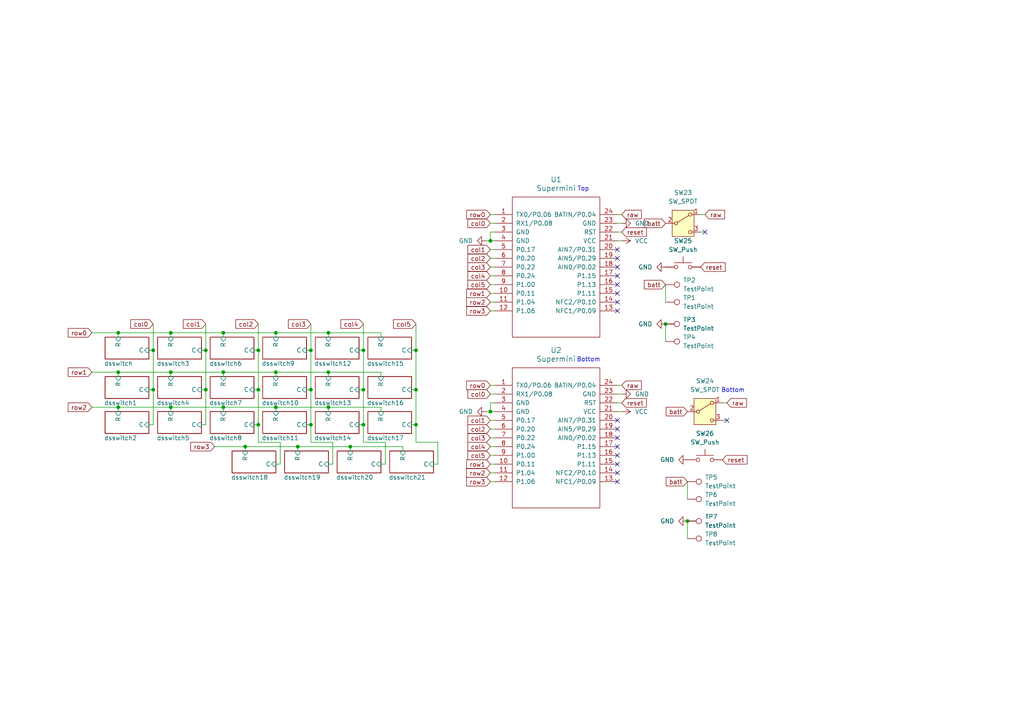
<source format=kicad_sch>
(kicad_sch (version 20231120) (generator "eeschema") (generator_version "8.0")
  (paper "A4")
  (lib_symbols
    (symbol "Connector:TestPoint" (pin_numbers hide) (pin_names (offset 0.762) hide)
      (property "Reference" "TP" (at 0 6.858 0))
      (property "Value" "TestPoint" (at 0 5.08 0))
      (symbol "TestPoint_0_1"
        (circle (center 0 3.302) (radius 0.762))
      )
      (symbol "TestPoint_1_1"
        (pin passive line (at 0 0 90) (length 2.54) (name "1") (number "1"))
      )
    )
    (symbol "Keyboard:supermini" (pin_names (offset 1.016))
      (property "Reference" "U2" (at 0 24.13 0))
      (property "Value" "Supermini" (at 0 20.955 0))
      (symbol "supermini_0_1"
        (rectangle (start -12.7 -21.59) (end 12.7 19.05))
      )
      (symbol "supermini_1_1"
        (pin input line (at -17.78 13.97 0) (length 5.08) (name "TX0/P0.06") (number "1"))
        (pin input line (at -17.78 -8.89 0) (length 5.08) (name "P0.11") (number "10"))
        (pin input line (at -17.78 -11.43 0) (length 5.08) (name "P1.04") (number "11"))
        (pin input line (at -17.78 -13.97 0) (length 5.08) (name "P1.06") (number "12"))
        (pin input line (at 17.78 -13.97 180) (length 5.08) (name "NFC1/P0.09") (number "13"))
        (pin input line (at 17.78 -11.43 180) (length 5.08) (name "NFC2/P0.10") (number "14"))
        (pin input line (at 17.78 -8.89 180) (length 5.08) (name "P1.11") (number "15"))
        (pin input line (at 17.78 -6.35 180) (length 5.08) (name "P1.13") (number "16"))
        (pin input line (at 17.78 -3.81 180) (length 5.08) (name "P1.15") (number "17"))
        (pin input line (at 17.78 -1.27 180) (length 5.08) (name "AIN0/P0.02") (number "18"))
        (pin input line (at 17.78 1.27 180) (length 5.08) (name "AIN5/P0.29") (number "19"))
        (pin input line (at -17.78 11.43 0) (length 5.08) (name "RX1/P0.08") (number "2"))
        (pin input line (at 17.78 3.81 180) (length 5.08) (name "AIN7/P0.31") (number "20"))
        (pin input line (at 17.78 6.35 180) (length 5.08) (name "VCC") (number "21"))
        (pin input line (at 17.78 8.89 180) (length 5.08) (name "RST") (number "22"))
        (pin input line (at 17.78 11.43 180) (length 5.08) (name "GND") (number "23"))
        (pin input line (at 17.78 13.97 180) (length 5.08) (name "BATIN/P0.04") (number "24"))
        (pin input line (at -17.78 8.89 0) (length 5.08) (name "GND") (number "3"))
        (pin input line (at -17.78 6.35 0) (length 5.08) (name "GND") (number "4"))
        (pin input line (at -17.78 3.81 0) (length 5.08) (name "P0.17") (number "5"))
        (pin input line (at -17.78 1.27 0) (length 5.08) (name "P0.20") (number "6"))
        (pin input line (at -17.78 -1.27 0) (length 5.08) (name "P0.22") (number "7"))
        (pin input line (at -17.78 -3.81 0) (length 5.08) (name "P0.24") (number "8"))
        (pin input line (at -17.78 -6.35 0) (length 5.08) (name "P1.00") (number "9"))
      )
    )
    (symbol "Switch:SW_Push" (pin_numbers hide) (pin_names (offset 1.016) hide)
      (property "Reference" "SW" (at 1.27 2.54 0))
      (property "Value" "SW_Push" (at 0 -1.524 0))
      (symbol "SW_Push_0_1"
        (circle (center -2.032 0) (radius 0.508))
        (polyline (pts (xy 0 1.27) (xy 0 3.048)))
        (polyline (pts (xy 2.54 1.27) (xy -2.54 1.27)))
        (circle (center 2.032 0) (radius 0.508))
        (pin passive line (at -5.08 0 0) (length 2.54) (name "1") (number "1"))
        (pin passive line (at 5.08 0 180) (length 2.54) (name "2") (number "2"))
      )
    )
    (symbol "Switch:SW_SPDT" (pin_names (offset 0) hide)
      (property "Reference" "SW" (at 0 5.08 0))
      (property "Value" "SW_SPDT" (at 0 -5.08 0))
      (symbol "SW_SPDT_0_1"
        (circle (center -2.032 0) (radius 0.4572))
        (polyline (pts (xy -1.651 0.254) (xy 1.651 2.286)))
        (circle (center 2.032 -2.54) (radius 0.4572))
        (circle (center 2.032 2.54) (radius 0.4572))
      )
      (symbol "SW_SPDT_1_1"
        (rectangle (start -3.175 3.81) (end 3.175 -3.81) (fill (type background)))
        (pin passive line (at 5.08 2.54 180) (length 2.54) (name "A") (number "1"))
        (pin passive line (at -5.08 0 0) (length 2.54) (name "B") (number "2"))
        (pin passive line (at 5.08 -2.54 180) (length 2.54) (name "C") (number "3"))
      )
    )
    (symbol "power:GND" (power) (pin_numbers hide) (pin_names (offset 0) hide)
      (property "Value" "GND" (at 0 -3.81 0))
      (symbol "GND_0_1"
        (polyline (pts (xy 0 0) (xy 0 -1.27) (xy 1.27 -1.27) (xy 0 -2.54) (xy -1.27 -1.27) (xy 0 -1.27)))
      )
      (symbol "GND_1_1"
        (pin power_in line (at 0 0 270) (length 0) (name "~") (number "1"))
      )
    )
    (symbol "power:VCC" (power) (pin_numbers hide) (pin_names (offset 0) hide)
      (property "Value" "VCC" (at 0 3.556 0))
      (symbol "VCC_0_1"
        (polyline (pts (xy -0.762 1.27) (xy 0 2.54)))
        (polyline (pts (xy 0 0) (xy 0 2.54)))
        (polyline (pts (xy 0 2.54) (xy 0.762 1.27)))
      )
      (symbol "VCC_1_1"
        (pin power_in line (at 0 0 90) (length 0) (name "~") (number "1"))
      )
    )
  )
  (junction (at 59.69 101.6))
  (junction (at 105.41 123.19))
  (junction (at 80.01 107.95))
  (junction (at 105.41 113.03))
  (junction (at 49.53 118.11))
  (junction (at 74.93 113.03))
  (junction (at 44.45 113.03))
  (junction (at 44.45 101.6))
  (junction (at 120.65 101.6))
  (junction (at 142.24 119.38))
  (junction (at 74.93 123.19))
  (junction (at 59.69 113.03))
  (junction (at 142.24 69.85))
  (junction (at 90.17 113.03))
  (junction (at 64.77 118.11))
  (junction (at 193.04 93.98))
  (junction (at 120.65 113.03))
  (junction (at 90.17 101.6))
  (junction (at 64.77 96.52))
  (junction (at 95.25 107.95))
  (junction (at 34.29 118.11))
  (junction (at 49.53 107.95))
  (junction (at 64.77 107.95))
  (junction (at 74.93 101.6))
  (junction (at 95.25 96.52))
  (junction (at 86.36 129.54))
  (junction (at 105.41 101.6))
  (junction (at 95.25 118.11))
  (junction (at 34.29 107.95))
  (junction (at 90.17 123.19))
  (junction (at 101.6 129.54))
  (junction (at 34.29 96.52))
  (junction (at 80.01 96.52))
  (junction (at 199.39 151.13))
  (junction (at 71.12 129.54))
  (junction (at 80.01 118.11))
  (junction (at 49.53 96.52))
  (junction (at 120.65 123.19))
  (no_connect (at 210.82 121.92))
  (no_connect (at 179.07 85.09))
  (no_connect (at 179.07 90.17))
  (no_connect (at 179.07 87.63))
  (no_connect (at 179.07 72.39))
  (no_connect (at 179.07 134.62))
  (no_connect (at 179.07 82.55))
  (no_connect (at 179.07 77.47))
  (no_connect (at 179.07 129.54))
  (no_connect (at 179.07 124.46))
  (no_connect (at 179.07 80.01))
  (no_connect (at 179.07 132.08))
  (no_connect (at 179.07 74.93))
  (no_connect (at 204.47 67.31))
  (no_connect (at 179.07 121.92))
  (no_connect (at 179.07 137.16))
  (no_connect (at 179.07 139.7))
  (no_connect (at 179.07 127))
  (wire (pts (xy 96.52 128.27) (xy 90.17 128.27)))
  (wire (pts (xy 49.53 96.52) (xy 49.53 97.79)))
  (wire (pts (xy 193.04 93.98) (xy 193.04 99.06)))
  (wire (pts (xy 74.93 123.19) (xy 73.66 123.19)))
  (wire (pts (xy 95.25 96.52) (xy 95.25 97.79)))
  (wire (pts (xy 142.24 90.17) (xy 143.51 90.17)))
  (wire (pts (xy 142.24 77.47) (xy 143.51 77.47)))
  (wire (pts (xy 142.24 121.92) (xy 143.51 121.92)))
  (wire (pts (xy 44.45 93.98) (xy 44.45 101.6)))
  (wire (pts (xy 88.9 113.03) (xy 90.17 113.03)))
  (wire (pts (xy 199.39 139.7) (xy 199.39 144.78)))
  (wire (pts (xy 101.6 129.54) (xy 101.6 130.81)))
  (wire (pts (xy 199.39 151.13) (xy 199.39 156.21)))
  (wire (pts (xy 58.42 101.6) (xy 59.69 101.6)))
  (wire (pts (xy 49.53 118.11) (xy 49.53 119.38)))
  (wire (pts (xy 90.17 128.27) (xy 90.17 123.19)))
  (wire (pts (xy 80.01 96.52) (xy 80.01 97.79)))
  (wire (pts (xy 80.01 118.11) (xy 80.01 119.38)))
  (wire (pts (xy 44.45 101.6) (xy 44.45 113.03)))
  (wire (pts (xy 210.82 116.84) (xy 209.55 116.84)))
  (wire (pts (xy 26.67 107.95) (xy 34.29 107.95)))
  (wire (pts (xy 142.24 119.38) (xy 140.97 119.38)))
  (wire (pts (xy 105.41 123.19) (xy 105.41 128.27)))
  (wire (pts (xy 59.69 101.6) (xy 59.69 113.03)))
  (wire (pts (xy 96.52 134.62) (xy 96.52 128.27)))
  (wire (pts (xy 142.24 134.62) (xy 143.51 134.62)))
  (wire (pts (xy 59.69 123.19) (xy 58.42 123.19)))
  (wire (pts (xy 74.93 101.6) (xy 74.93 113.03)))
  (wire (pts (xy 119.38 101.6) (xy 120.65 101.6)))
  (wire (pts (xy 73.66 113.03) (xy 74.93 113.03)))
  (wire (pts (xy 49.53 96.52) (xy 64.77 96.52)))
  (wire (pts (xy 111.76 128.27) (xy 105.41 128.27)))
  (wire (pts (xy 120.65 93.98) (xy 120.65 101.6)))
  (wire (pts (xy 34.29 96.52) (xy 49.53 96.52)))
  (wire (pts (xy 204.47 62.23) (xy 203.2 62.23)))
  (wire (pts (xy 179.07 119.38) (xy 180.34 119.38)))
  (wire (pts (xy 142.24 127) (xy 143.51 127)))
  (wire (pts (xy 64.77 96.52) (xy 64.77 97.79)))
  (wire (pts (xy 179.07 69.85) (xy 180.34 69.85)))
  (wire (pts (xy 179.07 114.3) (xy 180.34 114.3)))
  (wire (pts (xy 120.65 101.6) (xy 120.65 113.03)))
  (wire (pts (xy 74.93 93.98) (xy 74.93 101.6)))
  (wire (pts (xy 210.82 121.92) (xy 209.55 121.92)))
  (wire (pts (xy 142.24 62.23) (xy 143.51 62.23)))
  (wire (pts (xy 34.29 109.22) (xy 34.29 107.95)))
  (wire (pts (xy 59.69 93.98) (xy 59.69 101.6)))
  (wire (pts (xy 43.18 101.6) (xy 44.45 101.6)))
  (wire (pts (xy 111.76 134.62) (xy 111.76 128.27)))
  (wire (pts (xy 142.24 69.85) (xy 143.51 69.85)))
  (wire (pts (xy 104.14 101.6) (xy 105.41 101.6)))
  (wire (pts (xy 180.34 67.31) (xy 179.07 67.31)))
  (wire (pts (xy 105.41 123.19) (xy 104.14 123.19)))
  (wire (pts (xy 142.24 139.7) (xy 143.51 139.7)))
  (wire (pts (xy 80.01 107.95) (xy 80.01 109.22)))
  (wire (pts (xy 26.67 118.11) (xy 34.29 118.11)))
  (wire (pts (xy 179.07 116.84) (xy 180.34 116.84)))
  (wire (pts (xy 43.18 113.03) (xy 44.45 113.03)))
  (wire (pts (xy 127 134.62) (xy 127 128.27)))
  (wire (pts (xy 73.66 101.6) (xy 74.93 101.6)))
  (wire (pts (xy 105.41 93.98) (xy 105.41 101.6)))
  (wire (pts (xy 71.12 130.81) (xy 71.12 129.54)))
  (wire (pts (xy 142.24 67.31) (xy 142.24 69.85)))
  (wire (pts (xy 49.53 107.95) (xy 64.77 107.95)))
  (wire (pts (xy 142.24 124.46) (xy 143.51 124.46)))
  (wire (pts (xy 110.49 118.11) (xy 110.49 119.38)))
  (wire (pts (xy 142.24 119.38) (xy 143.51 119.38)))
  (wire (pts (xy 34.29 118.11) (xy 49.53 118.11)))
  (wire (pts (xy 204.47 67.31) (xy 203.2 67.31)))
  (wire (pts (xy 95.25 107.95) (xy 110.49 107.95)))
  (wire (pts (xy 142.24 87.63) (xy 143.51 87.63)))
  (wire (pts (xy 81.28 134.62) (xy 81.28 128.27)))
  (wire (pts (xy 105.41 113.03) (xy 105.41 123.19)))
  (wire (pts (xy 95.25 118.11) (xy 110.49 118.11)))
  (wire (pts (xy 95.25 118.11) (xy 95.25 119.38)))
  (wire (pts (xy 80.01 118.11) (xy 95.25 118.11)))
  (wire (pts (xy 180.34 62.23) (xy 179.07 62.23)))
  (wire (pts (xy 110.49 107.95) (xy 110.49 109.22)))
  (wire (pts (xy 90.17 113.03) (xy 90.17 123.19)))
  (wire (pts (xy 142.24 69.85) (xy 140.97 69.85)))
  (wire (pts (xy 26.67 96.52) (xy 34.29 96.52)))
  (wire (pts (xy 104.14 113.03) (xy 105.41 113.03)))
  (wire (pts (xy 142.24 137.16) (xy 143.51 137.16)))
  (wire (pts (xy 34.29 119.38) (xy 34.29 118.11)))
  (wire (pts (xy 142.24 132.08) (xy 143.51 132.08)))
  (wire (pts (xy 119.38 113.03) (xy 120.65 113.03)))
  (wire (pts (xy 86.36 129.54) (xy 101.6 129.54)))
  (wire (pts (xy 105.41 101.6) (xy 105.41 113.03)))
  (wire (pts (xy 95.25 96.52) (xy 110.49 96.52)))
  (wire (pts (xy 142.24 116.84) (xy 142.24 119.38)))
  (wire (pts (xy 179.07 64.77) (xy 180.34 64.77)))
  (wire (pts (xy 49.53 118.11) (xy 64.77 118.11)))
  (wire (pts (xy 142.24 129.54) (xy 143.51 129.54)))
  (wire (pts (xy 142.24 72.39) (xy 143.51 72.39)))
  (wire (pts (xy 95.25 134.62) (xy 96.52 134.62)))
  (wire (pts (xy 110.49 96.52) (xy 110.49 97.79)))
  (wire (pts (xy 64.77 96.52) (xy 80.01 96.52)))
  (wire (pts (xy 120.65 123.19) (xy 120.65 128.27)))
  (wire (pts (xy 142.24 82.55) (xy 143.51 82.55)))
  (wire (pts (xy 193.04 82.55) (xy 193.04 87.63)))
  (wire (pts (xy 80.01 107.95) (xy 95.25 107.95)))
  (wire (pts (xy 90.17 123.19) (xy 88.9 123.19)))
  (wire (pts (xy 142.24 64.77) (xy 143.51 64.77)))
  (wire (pts (xy 142.24 80.01) (xy 143.51 80.01)))
  (wire (pts (xy 34.29 97.79) (xy 34.29 96.52)))
  (wire (pts (xy 142.24 74.93) (xy 143.51 74.93)))
  (wire (pts (xy 49.53 107.95) (xy 49.53 109.22)))
  (wire (pts (xy 81.28 128.27) (xy 74.93 128.27)))
  (wire (pts (xy 179.07 111.76) (xy 180.34 111.76)))
  (wire (pts (xy 64.77 118.11) (xy 80.01 118.11)))
  (wire (pts (xy 74.93 128.27) (xy 74.93 123.19)))
  (wire (pts (xy 80.01 96.52) (xy 95.25 96.52)))
  (wire (pts (xy 64.77 107.95) (xy 64.77 109.22)))
  (wire (pts (xy 120.65 123.19) (xy 119.38 123.19)))
  (wire (pts (xy 101.6 129.54) (xy 116.84 129.54)))
  (wire (pts (xy 142.24 114.3) (xy 143.51 114.3)))
  (wire (pts (xy 90.17 101.6) (xy 90.17 113.03)))
  (wire (pts (xy 74.93 113.03) (xy 74.93 123.19)))
  (wire (pts (xy 127 128.27) (xy 120.65 128.27)))
  (wire (pts (xy 125.73 134.62) (xy 127 134.62)))
  (wire (pts (xy 86.36 129.54) (xy 86.36 130.81)))
  (wire (pts (xy 110.49 134.62) (xy 111.76 134.62)))
  (wire (pts (xy 62.23 129.54) (xy 71.12 129.54)))
  (wire (pts (xy 143.51 116.84) (xy 142.24 116.84)))
  (wire (pts (xy 80.01 134.62) (xy 81.28 134.62)))
  (wire (pts (xy 59.69 113.03) (xy 59.69 123.19)))
  (wire (pts (xy 44.45 113.03) (xy 44.45 123.19)))
  (wire (pts (xy 142.24 85.09) (xy 143.51 85.09)))
  (wire (pts (xy 58.42 113.03) (xy 59.69 113.03)))
  (wire (pts (xy 143.51 67.31) (xy 142.24 67.31)))
  (wire (pts (xy 64.77 118.11) (xy 64.77 119.38)))
  (wire (pts (xy 120.65 113.03) (xy 120.65 123.19)))
  (wire (pts (xy 116.84 129.54) (xy 116.84 130.81)))
  (wire (pts (xy 71.12 129.54) (xy 86.36 129.54)))
  (wire (pts (xy 142.24 111.76) (xy 143.51 111.76)))
  (wire (pts (xy 90.17 93.98) (xy 90.17 101.6)))
  (wire (pts (xy 44.45 123.19) (xy 43.18 123.19)))
  (wire (pts (xy 95.25 107.95) (xy 95.25 109.22)))
  (wire (pts (xy 34.29 107.95) (xy 49.53 107.95)))
  (wire (pts (xy 88.9 101.6) (xy 90.17 101.6)))
  (wire (pts (xy 64.77 107.95) (xy 80.01 107.95)))
  (text "Bottom" (at 212.598 113.284 0) (effects (font (size 1.27 1.27))))
  (text "Bottom" (at 170.688 104.394 0) (effects (font (size 1.27 1.27))))
  (text "Top" (at 169.164 54.864 0) (effects (font (size 1.27 1.27))))
  (global_label "col3" (shape input) (at 90.17 93.98 180) (property "Intersheetrefs" "${INTERSHEET_REFS}" (effects (hide yes))))
  (global_label "row0" (shape input) (at 142.24 111.76 180) (property "Intersheetrefs" "${INTERSHEET_REFS}" (effects (hide yes))))
  (global_label "row2" (shape input) (at 142.24 137.16 180) (property "Intersheetrefs" "${INTERSHEET_REFS}" (effects (hide yes))))
  (global_label "batt" (shape input) (at 193.04 64.77 180) (property "Intersheetrefs" "${INTERSHEET_REFS}" (effects (hide yes))))
  (global_label "row2" (shape input) (at 26.67 118.11 180) (property "Intersheetrefs" "${INTERSHEET_REFS}" (effects (hide yes))))
  (global_label "reset" (shape input) (at 180.34 67.31 0) (property "Intersheetrefs" "${INTERSHEET_REFS}" (effects (hide yes))))
  (global_label "row2" (shape input) (at 142.24 87.63 180) (property "Intersheetrefs" "${INTERSHEET_REFS}" (effects (hide yes))))
  (global_label "col0" (shape input) (at 142.24 64.77 180) (property "Intersheetrefs" "${INTERSHEET_REFS}" (effects (hide yes))))
  (global_label "row3" (shape input) (at 142.24 139.7 180) (property "Intersheetrefs" "${INTERSHEET_REFS}" (effects (hide yes))))
  (global_label "col1" (shape input) (at 142.24 72.39 180) (property "Intersheetrefs" "${INTERSHEET_REFS}" (effects (hide yes))))
  (global_label "raw" (shape input) (at 204.47 62.23 0) (property "Intersheetrefs" "${INTERSHEET_REFS}" (effects (hide yes))))
  (global_label "raw" (shape input) (at 210.82 116.84 0) (property "Intersheetrefs" "${INTERSHEET_REFS}" (effects (hide yes))))
  (global_label "col2" (shape input) (at 142.24 124.46 180) (property "Intersheetrefs" "${INTERSHEET_REFS}" (effects (hide yes))))
  (global_label "reset" (shape input) (at 203.2 77.47 0) (property "Intersheetrefs" "${INTERSHEET_REFS}" (effects (hide yes))))
  (global_label "row0" (shape input) (at 26.67 96.52 180) (property "Intersheetrefs" "${INTERSHEET_REFS}" (effects (hide yes))))
  (global_label "col2" (shape input) (at 142.24 74.93 180) (property "Intersheetrefs" "${INTERSHEET_REFS}" (effects (hide yes))))
  (global_label "raw" (shape input) (at 180.34 62.23 0) (property "Intersheetrefs" "${INTERSHEET_REFS}" (effects (hide yes))))
  (global_label "row1" (shape input) (at 26.67 107.95 180) (property "Intersheetrefs" "${INTERSHEET_REFS}" (effects (hide yes))))
  (global_label "col2" (shape input) (at 74.93 93.98 180) (property "Intersheetrefs" "${INTERSHEET_REFS}" (effects (hide yes))))
  (global_label "batt" (shape input) (at 199.39 119.38 180) (property "Intersheetrefs" "${INTERSHEET_REFS}" (effects (hide yes))))
  (global_label "col1" (shape input) (at 142.24 121.92 180) (property "Intersheetrefs" "${INTERSHEET_REFS}" (effects (hide yes))))
  (global_label "col4" (shape input) (at 142.24 129.54 180) (property "Intersheetrefs" "${INTERSHEET_REFS}" (effects (hide yes))))
  (global_label "col4" (shape input) (at 105.41 93.98 180) (property "Intersheetrefs" "${INTERSHEET_REFS}" (effects (hide yes))))
  (global_label "col3" (shape input) (at 142.24 77.47 180) (property "Intersheetrefs" "${INTERSHEET_REFS}" (effects (hide yes))))
  (global_label "col1" (shape input) (at 59.69 93.98 180) (property "Intersheetrefs" "${INTERSHEET_REFS}" (effects (hide yes))))
  (global_label "col5" (shape input) (at 142.24 132.08 180) (property "Intersheetrefs" "${INTERSHEET_REFS}" (effects (hide yes))))
  (global_label "row3" (shape input) (at 142.24 90.17 180) (property "Intersheetrefs" "${INTERSHEET_REFS}" (effects (hide yes))))
  (global_label "row1" (shape input) (at 142.24 134.62 180) (property "Intersheetrefs" "${INTERSHEET_REFS}" (effects (hide yes))))
  (global_label "col4" (shape input) (at 142.24 80.01 180) (property "Intersheetrefs" "${INTERSHEET_REFS}" (effects (hide yes))))
  (global_label "batt" (shape input) (at 193.04 82.55 180) (property "Intersheetrefs" "${INTERSHEET_REFS}" (effects (hide yes))))
  (global_label "col0" (shape input) (at 44.45 93.98 180) (property "Intersheetrefs" "${INTERSHEET_REFS}" (effects (hide yes))))
  (global_label "raw" (shape input) (at 180.34 111.76 0) (property "Intersheetrefs" "${INTERSHEET_REFS}" (effects (hide yes))))
  (global_label "reset" (shape input) (at 209.55 133.35 0) (property "Intersheetrefs" "${INTERSHEET_REFS}" (effects (hide yes))))
  (global_label "col3" (shape input) (at 142.24 127 180) (property "Intersheetrefs" "${INTERSHEET_REFS}" (effects (hide yes))))
  (global_label "reset" (shape input) (at 180.34 116.84 0) (property "Intersheetrefs" "${INTERSHEET_REFS}" (effects (hide yes))))
  (global_label "row0" (shape input) (at 142.24 62.23 180) (property "Intersheetrefs" "${INTERSHEET_REFS}" (effects (hide yes))))
  (global_label "row3" (shape input) (at 62.23 129.54 180) (property "Intersheetrefs" "${INTERSHEET_REFS}" (effects (hide yes))))
  (global_label "col5" (shape input) (at 142.24 82.55 180) (property "Intersheetrefs" "${INTERSHEET_REFS}" (effects (hide yes))))
  (global_label "col5" (shape input) (at 120.65 93.98 180) (property "Intersheetrefs" "${INTERSHEET_REFS}" (effects (hide yes))))
  (global_label "col0" (shape input) (at 142.24 114.3 180) (property "Intersheetrefs" "${INTERSHEET_REFS}" (effects (hide yes))))
  (global_label "row1" (shape input) (at 142.24 85.09 180) (property "Intersheetrefs" "${INTERSHEET_REFS}" (effects (hide yes))))
  (global_label "batt" (shape input) (at 199.39 139.7 180) (property "Intersheetrefs" "${INTERSHEET_REFS}" (effects (hide yes))))
  (symbol (lib_id "Connector:TestPoint") (at 199.39 156.21 270) (unit 1)
    (property "Reference" "TP8" (at 204.47 154.9399 90) (effects (justify left)))
    (property "Value" "TestPoint" (at 204.47 157.4799 90) (effects (justify left)))
    (property "Footprint" "TestPoint:TestPoint_Pad_2.0x2.0mm" (effects (hide yes)))
    (property "Description" "test point" (effects (hide yes)))
  )
  (symbol (lib_id "power:GND") (at 180.34 114.3 90) (unit 1)
    (property "Reference" "#PWR05" (effects (hide yes)))
    (property "Value" "GND" (at 184.15 114.2999 90) (effects (justify right)))
    (property "Description" "Power symbol creates a global label with name \"GND\" , ground" (effects (hide yes)))
  )
  (symbol (lib_id "Keyboard:supermini") (at 161.29 125.73 0) (unit 1)
    (property "Reference" "U2" (at 161.29 101.6 0) (effects (font (size 1.524 1.524))))
    (property "Value" "Supermini" (at 161.29 104.14 0) (effects (font (size 1.524 1.524))))
    (property "Footprint" "Keyboard:Supermini face up left smd socket" (effects (hide yes)))
  )
  (symbol (lib_id "power:GND") (at 193.04 93.98 270) (unit 1)
    (property "Reference" "#PWR09" (effects (hide yes)))
    (property "Value" "GND" (at 189.23 93.9799 90) (effects (justify right)))
    (property "Description" "Power symbol creates a global label with name \"GND\" , ground" (effects (hide yes)))
  )
  (symbol (lib_id "power:GND") (at 140.97 119.38 270) (unit 1)
    (property "Reference" "#PWR02" (effects (hide yes)))
    (property "Value" "GND" (at 137.16 119.3799 90) (effects (justify right)))
    (property "Description" "Power symbol creates a global label with name \"GND\" , ground" (effects (hide yes)))
  )
  (symbol (lib_id "power:VCC") (at 180.34 119.38 270) (unit 1)
    (property "Reference" "#PWR06" (effects (hide yes)))
    (property "Value" "VCC" (at 184.15 119.3799 90) (effects (justify left)))
    (property "Description" "Power symbol creates a global label with name \"VCC\"" (effects (hide yes)))
  )
  (symbol (lib_id "Switch:SW_SPDT") (at 204.47 119.38 0) (unit 1)
    (property "Reference" "SW24" (at 204.47 110.49 0))
    (property "Value" "SW_SPDT" (at 204.47 113.03 0))
    (property "Footprint" "Keyboard:switch_SSSS811101" (effects (hide yes)))
    (property "Description" "Switch, single pole double throw" (effects (hide yes)))
  )
  (symbol (lib_id "Connector:TestPoint") (at 199.39 151.13 270) (unit 1)
    (property "Reference" "TP7" (at 204.47 149.8599 90) (effects (justify left)))
    (property "Value" "TestPoint" (at 204.47 152.3999 90) (effects (justify left)))
    (property "Footprint" "TestPoint:TestPoint_Pad_2.0x2.0mm" (effects (hide yes)))
    (property "Description" "test point" (effects (hide yes)))
  )
  (symbol (lib_id "power:GND") (at 199.39 133.35 270) (unit 1)
    (property "Reference" "#PWR08" (effects (hide yes)))
    (property "Value" "GND" (at 195.58 133.3499 90) (effects (justify right)))
    (property "Description" "Power symbol creates a global label with name \"GND\" , ground" (effects (hide yes)))
  )
  (symbol (lib_id "Connector:TestPoint") (at 193.04 99.06 270) (unit 1)
    (property "Reference" "TP4" (at 198.12 97.7899 90) (effects (justify left)))
    (property "Value" "TestPoint" (at 198.12 100.3299 90) (effects (justify left)))
    (property "Footprint" "TestPoint:TestPoint_Pad_2.0x2.0mm" (effects (hide yes)))
    (property "Description" "test point" (effects (hide yes)))
  )
  (symbol (lib_id "Connector:TestPoint") (at 199.39 144.78 270) (unit 1)
    (property "Reference" "TP6" (at 204.47 143.5099 90) (effects (justify left)))
    (property "Value" "TestPoint" (at 204.47 146.0499 90) (effects (justify left)))
    (property "Footprint" "TestPoint:TestPoint_Pad_D2.0mm" (effects (hide yes)))
    (property "Description" "test point" (effects (hide yes)))
  )
  (symbol (lib_id "power:VCC") (at 180.34 69.85 270) (unit 1)
    (property "Reference" "#PWR04" (effects (hide yes)))
    (property "Value" "VCC" (at 184.15 69.8499 90) (effects (justify left)))
    (property "Description" "Power symbol creates a global label with name \"VCC\"" (effects (hide yes)))
  )
  (symbol (lib_id "Switch:SW_Push") (at 198.12 77.47 0) (unit 1)
    (property "Reference" "SW25" (at 198.12 69.85 0))
    (property "Value" "SW_Push" (at 198.12 72.39 0))
    (property "Footprint" "Button_Switch_SMD:SW_Push_1P1T-MP_NO_Horizontal_Alps_SKRTLAE010" (effects (hide yes)))
    (property "Description" "Push button switch, generic, two pins" (effects (hide yes)))
  )
  (symbol (lib_id "power:GND") (at 193.04 77.47 270) (unit 1)
    (property "Reference" "#PWR07" (effects (hide yes)))
    (property "Value" "GND" (at 189.23 77.4699 90) (effects (justify right)))
    (property "Description" "Power symbol creates a global label with name \"GND\" , ground" (effects (hide yes)))
  )
  (symbol (lib_id "power:GND") (at 199.39 151.13 270) (unit 1)
    (property "Reference" "#PWR010" (effects (hide yes)))
    (property "Value" "GND" (at 195.58 151.1299 90) (effects (justify right)))
    (property "Description" "Power symbol creates a global label with name \"GND\" , ground" (effects (hide yes)))
  )
  (symbol (lib_id "Connector:TestPoint") (at 193.04 82.55 270) (unit 1)
    (property "Reference" "TP2" (at 198.12 81.2799 90) (effects (justify left)))
    (property "Value" "TestPoint" (at 198.12 83.8199 90) (effects (justify left)))
    (property "Footprint" "TestPoint:TestPoint_Pad_D2.0mm" (effects (hide yes)))
    (property "Description" "test point" (effects (hide yes)))
  )
  (symbol (lib_id "Connector:TestPoint") (at 193.04 93.98 270) (unit 1)
    (property "Reference" "TP3" (at 198.12 92.7099 90) (effects (justify left)))
    (property "Value" "TestPoint" (at 198.12 95.2499 90) (effects (justify left)))
    (property "Footprint" "TestPoint:TestPoint_Pad_2.0x2.0mm" (effects (hide yes)))
    (property "Description" "test point" (effects (hide yes)))
  )
  (symbol (lib_id "Connector:TestPoint") (at 199.39 139.7 270) (unit 1)
    (property "Reference" "TP5" (at 204.47 138.4299 90) (effects (justify left)))
    (property "Value" "TestPoint" (at 204.47 140.9699 90) (effects (justify left)))
    (property "Footprint" "TestPoint:TestPoint_Pad_D2.0mm" (effects (hide yes)))
    (property "Description" "test point" (effects (hide yes)))
  )
  (symbol (lib_id "Switch:SW_SPDT") (at 198.12 64.77 0) (unit 1)
    (property "Reference" "SW23" (at 198.12 55.88 0))
    (property "Value" "SW_SPDT" (at 198.12 58.42 0))
    (property "Footprint" "Keyboard:switch_SSSS811101" (effects (hide yes)))
    (property "Description" "Switch, single pole double throw" (effects (hide yes)))
  )
  (symbol (lib_id "Switch:SW_Push") (at 204.47 133.35 0) (unit 1)
    (property "Reference" "SW26" (at 204.47 125.73 0))
    (property "Value" "SW_Push" (at 204.47 128.27 0))
    (property "Footprint" "Button_Switch_SMD:SW_Push_1P1T-MP_NO_Horizontal_Alps_SKRTLAE010" (effects (hide yes)))
    (property "Description" "Push button switch, generic, two pins" (effects (hide yes)))
  )
  (symbol (lib_id "Connector:TestPoint") (at 193.04 87.63 270) (unit 1)
    (property "Reference" "TP1" (at 198.12 86.3599 90) (effects (justify left)))
    (property "Value" "TestPoint" (at 198.12 88.8999 90) (effects (justify left)))
    (property "Footprint" "TestPoint:TestPoint_Pad_D2.0mm" (effects (hide yes)))
    (property "Description" "test point" (effects (hide yes)))
  )
  (symbol (lib_id "Keyboard:supermini") (at 161.29 76.2 0) (unit 1)
    (property "Reference" "U1" (at 161.29 52.07 0) (effects (font (size 1.524 1.524))))
    (property "Value" "Supermini" (at 161.29 54.61 0) (effects (font (size 1.524 1.524))))
    (property "Footprint" "Keyboard:Supermini face up left smd socket" (effects (hide yes)))
  )
  (symbol (lib_id "power:GND") (at 180.34 64.77 90) (unit 1)
    (property "Reference" "#PWR03" (effects (hide yes)))
    (property "Value" "GND" (at 184.15 64.7699 90) (effects (justify right)))
    (property "Description" "Power symbol creates a global label with name \"GND\" , ground" (effects (hide yes)))
  )
  (symbol (lib_id "power:GND") (at 140.97 69.85 270) (unit 1)
    (property "Reference" "#PWR01" (effects (hide yes)))
    (property "Value" "GND" (at 137.16 69.8499 90) (effects (justify right)))
    (property "Description" "Power symbol creates a global label with name \"GND\" , ground" (effects (hide yes)))
  )
  (sheet (at 91.44 109.22) (size 12.7 6.35) (stroke (width 0.1524))
    (property "Sheetname" "dsswitch13" (at 91.186 117.602 0) (effects (justify left bottom)))
    (property "Sheetfile" "dsswitch_sch.kicad_sch" (effects (hide yes)))
    (pin "R" input (at 95.25 109.22 90))
    (pin "C" input (at 104.14 113.03 0))
  )
  (sheet (at 91.44 119.38) (size 12.7 6.35) (stroke (width 0.1524))
    (property "Sheetname" "dsswitch14" (at 91.186 127.762 0) (effects (justify left bottom)))
    (property "Sheetfile" "dsswitch_sch.kicad_sch" (effects (hide yes)))
    (pin "R" input (at 95.25 119.38 90))
    (pin "C" input (at 104.14 123.19 0))
  )
  (sheet (at 97.79 130.81) (size 12.7 6.35) (stroke (width 0.1524))
    (property "Sheetname" "dsswitch20" (at 97.536 139.192 0) (effects (justify left bottom)))
    (property "Sheetfile" "dsswitch_sch.kicad_sch" (effects (hide yes)))
    (pin "R" input (at 101.6 130.81 90))
    (pin "C" input (at 110.49 134.62 0))
  )
  (sheet (at 45.72 119.38) (size 12.7 6.35) (stroke (width 0.1524))
    (property "Sheetname" "dsswitch5" (at 45.466 127.762 0) (effects (justify left bottom)))
    (property "Sheetfile" "dsswitch_sch.kicad_sch" (effects (hide yes)))
    (pin "R" input (at 49.53 119.38 90))
    (pin "C" input (at 58.42 123.19 0))
  )
  (sheet (at 60.96 119.38) (size 12.7 6.35) (stroke (width 0.1524))
    (property "Sheetname" "dsswitch8" (at 60.706 127.762 0) (effects (justify left bottom)))
    (property "Sheetfile" "dsswitch_sch.kicad_sch" (effects (hide yes)))
    (pin "R" input (at 64.77 119.38 90))
    (pin "C" input (at 73.66 123.19 0))
  )
  (sheet (at 91.44 97.79) (size 12.7 6.35) (stroke (width 0.1524))
    (property "Sheetname" "dsswitch12" (at 91.186 106.172 0) (effects (justify left bottom)))
    (property "Sheetfile" "dsswitch_sch.kicad_sch" (effects (hide yes)))
    (pin "R" input (at 95.25 97.79 90))
    (pin "C" input (at 104.14 101.6 0))
  )
  (sheet (at 76.2 97.79) (size 12.7 6.35) (stroke (width 0.1524))
    (property "Sheetname" "dsswitch9" (at 75.946 106.172 0) (effects (justify left bottom)))
    (property "Sheetfile" "dsswitch_sch.kicad_sch" (effects (hide yes)))
    (pin "R" input (at 80.01 97.79 90))
    (pin "C" input (at 88.9 101.6 0))
  )
  (sheet (at 45.72 97.79) (size 12.7 6.35) (stroke (width 0.1524))
    (property "Sheetname" "dsswitch3" (at 45.466 106.172 0) (effects (justify left bottom)))
    (property "Sheetfile" "dsswitch_sch.kicad_sch" (effects (hide yes)))
    (pin "R" input (at 49.53 97.79 90))
    (pin "C" input (at 58.42 101.6 0))
  )
  (sheet (at 30.48 119.38) (size 12.7 6.35) (stroke (width 0.1524))
    (property "Sheetname" "dsswitch2" (at 30.226 127.762 0) (effects (justify left bottom)))
    (property "Sheetfile" "dsswitch_sch.kicad_sch" (effects (hide yes)))
    (pin "R" input (at 34.29 119.38 90))
    (pin "C" input (at 43.18 123.19 0))
  )
  (sheet (at 82.55 130.81) (size 12.7 6.35) (stroke (width 0.1524))
    (property "Sheetname" "dsswitch19" (at 82.296 139.192 0) (effects (justify left bottom)))
    (property "Sheetfile" "dsswitch_sch.kicad_sch" (effects (hide yes)))
    (pin "R" input (at 86.36 130.81 90))
    (pin "C" input (at 95.25 134.62 0))
  )
  (sheet (at 106.68 97.79) (size 12.7 6.35) (stroke (width 0.1524))
    (property "Sheetname" "dsswitch15" (at 106.426 106.172 0) (effects (justify left bottom)))
    (property "Sheetfile" "dsswitch_sch.kicad_sch" (effects (hide yes)))
    (pin "R" input (at 110.49 97.79 90))
    (pin "C" input (at 119.38 101.6 0))
  )
  (sheet (at 60.96 109.22) (size 12.7 6.35) (stroke (width 0.1524))
    (property "Sheetname" "dsswitch7" (at 60.706 117.602 0) (effects (justify left bottom)))
    (property "Sheetfile" "dsswitch_sch.kicad_sch" (effects (hide yes)))
    (pin "R" input (at 64.77 109.22 90))
    (pin "C" input (at 73.66 113.03 0))
  )
  (sheet (at 67.31 130.81) (size 12.7 6.35) (stroke (width 0.1524))
    (property "Sheetname" "dsswitch18" (at 67.056 139.192 0) (effects (justify left bottom)))
    (property "Sheetfile" "dsswitch_sch.kicad_sch" (effects (hide yes)))
    (pin "R" input (at 71.12 130.81 90))
    (pin "C" input (at 80.01 134.62 0))
  )
  (sheet (at 76.2 119.38) (size 12.7 6.35) (stroke (width 0.1524))
    (property "Sheetname" "dsswitch11" (at 75.946 127.762 0) (effects (justify left bottom)))
    (property "Sheetfile" "dsswitch_sch.kicad_sch" (effects (hide yes)))
    (pin "R" input (at 80.01 119.38 90))
    (pin "C" input (at 88.9 123.19 0))
  )
  (sheet (at 76.2 109.22) (size 12.7 6.35) (stroke (width 0.1524))
    (property "Sheetname" "dsswitch10" (at 75.946 117.602 0) (effects (justify left bottom)))
    (property "Sheetfile" "dsswitch_sch.kicad_sch" (effects (hide yes)))
    (pin "R" input (at 80.01 109.22 90))
    (pin "C" input (at 88.9 113.03 0))
  )
  (sheet (at 30.48 109.22) (size 12.7 6.35) (stroke (width 0.1524))
    (property "Sheetname" "dsswitch1" (at 30.226 117.602 0) (effects (justify left bottom)))
    (property "Sheetfile" "dsswitch_sch.kicad_sch" (effects (hide yes)))
    (pin "R" input (at 34.29 109.22 90))
    (pin "C" input (at 43.18 113.03 0))
  )
  (sheet (at 45.72 109.22) (size 12.7 6.35) (stroke (width 0.1524))
    (property "Sheetname" "dsswitch4" (at 45.466 117.602 0) (effects (justify left bottom)))
    (property "Sheetfile" "dsswitch_sch.kicad_sch" (effects (hide yes)))
    (pin "R" input (at 49.53 109.22 90))
    (pin "C" input (at 58.42 113.03 0))
  )
  (sheet (at 30.48 97.79) (size 12.7 6.35) (stroke (width 0.1524))
    (property "Sheetname" "dsswitch" (at 30.226 106.172 0) (effects (justify left bottom)))
    (property "Sheetfile" "dsswitch_sch.kicad_sch" (effects (hide yes)))
    (pin "R" input (at 34.29 97.79 90))
    (pin "C" input (at 43.18 101.6 0))
  )
  (sheet (at 60.96 97.79) (size 12.7 6.35) (stroke (width 0.1524))
    (property "Sheetname" "dsswitch6" (at 60.706 106.172 0) (effects (justify left bottom)))
    (property "Sheetfile" "dsswitch_sch.kicad_sch" (effects (hide yes)))
    (pin "R" input (at 64.77 97.79 90))
    (pin "C" input (at 73.66 101.6 0))
  )
  (sheet (at 113.03 130.81) (size 12.7 6.35) (stroke (width 0.1524))
    (property "Sheetname" "dsswitch21" (at 112.776 139.192 0) (effects (justify left bottom)))
    (property "Sheetfile" "dsswitch_sch.kicad_sch" (effects (hide yes)))
    (pin "R" input (at 116.84 130.81 90))
    (pin "C" input (at 125.73 134.62 0))
  )
  (sheet (at 106.68 119.38) (size 12.7 6.35) (stroke (width 0.1524))
    (property "Sheetname" "dsswitch17" (at 106.426 127.762 0) (effects (justify left bottom)))
    (property "Sheetfile" "dsswitch_sch.kicad_sch" (effects (hide yes)))
    (pin "R" input (at 110.49 119.38 90))
    (pin "C" input (at 119.38 123.19 0))
  )
  (sheet (at 106.68 109.22) (size 12.7 6.35) (stroke (width 0.1524))
    (property "Sheetname" "dsswitch16" (at 106.426 117.602 0) (effects (justify left bottom)))
    (property "Sheetfile" "dsswitch_sch.kicad_sch" (effects (hide yes)))
    (pin "R" input (at 110.49 109.22 90))
    (pin "C" input (at 119.38 113.03 0))
  )
)
</source>
